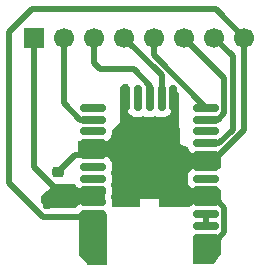
<source format=gbr>
%TF.GenerationSoftware,KiCad,Pcbnew,9.0.2*%
%TF.CreationDate,2025-12-17T16:44:21-05:00*%
%TF.ProjectId,Quectel_l96_Carrier_Board,51756563-7465-46c5-9f6c-39365f436172,rev?*%
%TF.SameCoordinates,Original*%
%TF.FileFunction,Copper,L1,Top*%
%TF.FilePolarity,Positive*%
%FSLAX46Y46*%
G04 Gerber Fmt 4.6, Leading zero omitted, Abs format (unit mm)*
G04 Created by KiCad (PCBNEW 9.0.2) date 2025-12-17 16:44:21*
%MOMM*%
%LPD*%
G01*
G04 APERTURE LIST*
G04 Aperture macros list*
%AMRoundRect*
0 Rectangle with rounded corners*
0 $1 Rounding radius*
0 $2 $3 $4 $5 $6 $7 $8 $9 X,Y pos of 4 corners*
0 Add a 4 corners polygon primitive as box body*
4,1,4,$2,$3,$4,$5,$6,$7,$8,$9,$2,$3,0*
0 Add four circle primitives for the rounded corners*
1,1,$1+$1,$2,$3*
1,1,$1+$1,$4,$5*
1,1,$1+$1,$6,$7*
1,1,$1+$1,$8,$9*
0 Add four rect primitives between the rounded corners*
20,1,$1+$1,$2,$3,$4,$5,0*
20,1,$1+$1,$4,$5,$6,$7,0*
20,1,$1+$1,$6,$7,$8,$9,0*
20,1,$1+$1,$8,$9,$2,$3,0*%
G04 Aperture macros list end*
%TA.AperFunction,ComponentPad*%
%ADD10C,1.700000*%
%TD*%
%TA.AperFunction,ComponentPad*%
%ADD11R,1.700000X1.700000*%
%TD*%
%TA.AperFunction,SMDPad,CuDef*%
%ADD12RoundRect,0.140000X-0.170000X0.140000X-0.170000X-0.140000X0.170000X-0.140000X0.170000X0.140000X0*%
%TD*%
%TA.AperFunction,SMDPad,CuDef*%
%ADD13RoundRect,0.225000X0.250000X-0.225000X0.250000X0.225000X-0.250000X0.225000X-0.250000X-0.225000X0*%
%TD*%
%TA.AperFunction,SMDPad,CuDef*%
%ADD14RoundRect,0.175000X-0.900000X-0.175000X0.900000X-0.175000X0.900000X0.175000X-0.900000X0.175000X0*%
%TD*%
%TA.AperFunction,SMDPad,CuDef*%
%ADD15RoundRect,0.175000X0.175000X-0.900000X0.175000X0.900000X-0.175000X0.900000X-0.175000X-0.900000X0*%
%TD*%
%TA.AperFunction,Conductor*%
%ADD16C,0.500000*%
%TD*%
G04 APERTURE END LIST*
D10*
%TO.P,J1,8,Pin_8*%
%TO.N,GND*%
X145180000Y-40200000D03*
%TO.P,J1,7,Pin_7*%
%TO.N,/{slash}RESET*%
X142640000Y-40200000D03*
%TO.P,J1,6,Pin_6*%
%TO.N,/GPS_TX*%
X140100000Y-40200000D03*
%TO.P,J1,5,Pin_5*%
%TO.N,/GPS_RX*%
X137560000Y-40200000D03*
%TO.P,J1,4,Pin_4*%
%TO.N,/GPS_FON*%
X135020000Y-40200000D03*
%TO.P,J1,3,Pin_3*%
%TO.N,/TIMEPULSE*%
X132480000Y-40200000D03*
%TO.P,J1,2,Pin_2*%
%TO.N,/3D_FIX*%
X129940000Y-40200000D03*
D11*
%TO.P,J1,1,Pin_1*%
%TO.N,+3.3V*%
X127400000Y-40200000D03*
%TD*%
D12*
%TO.P,C23,1*%
%TO.N,+3.3V*%
X128500000Y-54440000D03*
%TO.P,C23,2*%
%TO.N,GND*%
X128500000Y-55400000D03*
%TD*%
D13*
%TO.P,C22,1*%
%TO.N,+3.3V*%
X129400000Y-53175000D03*
%TO.P,C22,2*%
%TO.N,GND*%
X129400000Y-51625000D03*
%TD*%
D12*
%TO.P,C21,1*%
%TO.N,+3.3V*%
X129600000Y-54420000D03*
%TO.P,C21,2*%
%TO.N,GND*%
X129600000Y-55380000D03*
%TD*%
D14*
%TO.P,U5,1*%
%TO.N,N/C*%
X132400000Y-46140000D03*
%TO.P,U5,2,3D_FIX*%
%TO.N,/3D_FIX*%
X132400000Y-47140000D03*
%TO.P,U5,3,I2C_SDA*%
%TO.N,unconnected-(U5-I2C_SDA-Pad3)*%
X132400000Y-48140000D03*
%TO.P,U5,4,GND*%
%TO.N,GND*%
X132400000Y-49140000D03*
%TO.P,U5,5,GND__1*%
X132400000Y-50140000D03*
%TO.P,U5,6,I2C_SCL*%
%TO.N,unconnected-(U5-I2C_SCL-Pad6)*%
X132400000Y-51140000D03*
%TO.P,U5,7,EXTINT0*%
%TO.N,unconnected-(U5-EXTINT0-Pad7)*%
X132400000Y-52140000D03*
%TO.P,U5,8,V_BCKP*%
%TO.N,+3.3V*%
X132400000Y-53140000D03*
%TO.P,U5,9,VCC*%
X132400000Y-54140000D03*
%TO.P,U5,10,GND__2*%
%TO.N,GND*%
X132400000Y-55140000D03*
%TO.P,U5,11,GND__3*%
X132400000Y-56140000D03*
%TO.P,U5,12,GND__4*%
X132400000Y-57140000D03*
%TO.P,U5,13,GND__5*%
X132400000Y-58290000D03*
%TO.P,U5,14,GND__6*%
X142000000Y-58290000D03*
%TO.P,U5,15,GND__7*%
X142000000Y-57140000D03*
%TO.P,U5,16,RF_OUT*%
%TO.N,Net-(U5-RF_IN)*%
X142000000Y-56140000D03*
%TO.P,U5,17,RF_IN*%
X142000000Y-55140000D03*
%TO.P,U5,18,GND__8*%
%TO.N,GND*%
X142000000Y-54140000D03*
%TO.P,U5,19,GND__9*%
X142000000Y-53140000D03*
%TO.P,U5,20,JAM_DET*%
%TO.N,unconnected-(U5-JAM_DET-Pad20)*%
X142000000Y-52140000D03*
%TO.P,U5,21,GND__10*%
%TO.N,GND*%
X142000000Y-51140000D03*
%TO.P,U5,22,GND__11*%
X142000000Y-50140000D03*
%TO.P,U5,23,~{RESET}*%
%TO.N,/{slash}RESET*%
X142000000Y-49140000D03*
%TO.P,U5,24,GEO_FENCE*%
%TO.N,unconnected-(U5-GEO_FENCE-Pad24)*%
X142000000Y-48140000D03*
%TO.P,U5,25,TXD1*%
%TO.N,/GPS_TX*%
X142000000Y-47140000D03*
%TO.P,U5,26,RXD1*%
%TO.N,/GPS_RX*%
X142000000Y-46140000D03*
D15*
%TO.P,U5,27,GND__12*%
%TO.N,GND*%
X139200000Y-45340000D03*
%TO.P,U5,28,FORCE_ON*%
%TO.N,/GPS_FON*%
X138200000Y-45340000D03*
%TO.P,U5,29,TIMEPULSE*%
%TO.N,/TIMEPULSE*%
X137200000Y-45340000D03*
%TO.P,U5,30,ANTON*%
%TO.N,unconnected-(U5-ANTON-Pad30)*%
X136200000Y-45340000D03*
%TO.P,U5,31,GND__13*%
%TO.N,GND*%
X135200000Y-45340000D03*
%TD*%
D16*
%TO.N,GND*%
X125300000Y-39700000D02*
X127200000Y-37800000D01*
X127200000Y-37800000D02*
X142780000Y-37800000D01*
X142780000Y-37800000D02*
X145180000Y-40200000D01*
X125300000Y-52500000D02*
X125300000Y-39700000D01*
X128200000Y-55400000D02*
X125300000Y-52500000D01*
X128500000Y-55400000D02*
X128200000Y-55400000D01*
X143075000Y-50140000D02*
X145180000Y-48035000D01*
X145180000Y-48035000D02*
X145180000Y-40200000D01*
X142000000Y-50140000D02*
X143075000Y-50140000D01*
X130885000Y-50140000D02*
X129400000Y-51625000D01*
X132400000Y-50140000D02*
X130885000Y-50140000D01*
X129580000Y-55400000D02*
X129600000Y-55380000D01*
X128500000Y-55400000D02*
X129580000Y-55400000D01*
X132400000Y-55140000D02*
X132160000Y-55380000D01*
X132160000Y-55380000D02*
X129600000Y-55380000D01*
X143075000Y-57140000D02*
X142000000Y-57140000D01*
X143526000Y-54591000D02*
X143526000Y-56689000D01*
X143526000Y-56689000D02*
X143075000Y-57140000D01*
X143075000Y-54140000D02*
X143526000Y-54591000D01*
X142000000Y-54140000D02*
X143075000Y-54140000D01*
%TO.N,/{slash}RESET*%
X144227000Y-47988000D02*
X144227000Y-41787000D01*
X144227000Y-41787000D02*
X142640000Y-40200000D01*
X143075000Y-49140000D02*
X144227000Y-47988000D01*
X142000000Y-49140000D02*
X143075000Y-49140000D01*
%TO.N,/GPS_TX*%
X143526000Y-43626000D02*
X140100000Y-40200000D01*
X143526000Y-46579146D02*
X143526000Y-43626000D01*
X142965146Y-47140000D02*
X143526000Y-46579146D01*
X142000000Y-47140000D02*
X142965146Y-47140000D01*
%TO.N,/GPS_RX*%
X137560000Y-41700000D02*
X137560000Y-40200000D01*
X142000000Y-46140000D02*
X137560000Y-41700000D01*
%TO.N,/GPS_FON*%
X138200000Y-43380000D02*
X135020000Y-40200000D01*
X138200000Y-45340000D02*
X138200000Y-43380000D01*
%TO.N,/TIMEPULSE*%
X137200000Y-44265000D02*
X137200000Y-45340000D01*
X135835000Y-42900000D02*
X137200000Y-44265000D01*
X133000000Y-42900000D02*
X135835000Y-42900000D01*
X132480000Y-42380000D02*
X133000000Y-42900000D01*
X132480000Y-40200000D02*
X132480000Y-42380000D01*
%TO.N,/3D_FIX*%
X129940000Y-45740000D02*
X129940000Y-40200000D01*
X131340000Y-47140000D02*
X129940000Y-45740000D01*
X132400000Y-47140000D02*
X131340000Y-47140000D01*
%TO.N,Net-(U5-RF_IN)*%
X142000000Y-56140000D02*
X142000000Y-55140000D01*
%TO.N,+3.3V*%
X127400000Y-51175000D02*
X129400000Y-53175000D01*
X127400000Y-40200000D02*
X127400000Y-51175000D01*
%TD*%
%TA.AperFunction,Conductor*%
%TO.N,+3.3V*%
G36*
X130880054Y-52619685D02*
G01*
X130919132Y-52659851D01*
X130964347Y-52734647D01*
X130964351Y-52734652D01*
X131080347Y-52850648D01*
X131080351Y-52850651D01*
X131220727Y-52935511D01*
X131220730Y-52935512D01*
X131377343Y-52984315D01*
X131445406Y-52990500D01*
X131445409Y-52990500D01*
X133346000Y-52990500D01*
X133354685Y-52993050D01*
X133363647Y-52991762D01*
X133387687Y-53002740D01*
X133413039Y-53010185D01*
X133418966Y-53017025D01*
X133427203Y-53020787D01*
X133441492Y-53043021D01*
X133458794Y-53062989D01*
X133461081Y-53073503D01*
X133464977Y-53079565D01*
X133470000Y-53114500D01*
X133470000Y-53321998D01*
X133464386Y-53358886D01*
X133460703Y-53370706D01*
X133435669Y-53451044D01*
X133435662Y-53451072D01*
X133432996Y-53462439D01*
X133431255Y-53469040D01*
X133428233Y-53479336D01*
X133413284Y-53547223D01*
X133413283Y-53547231D01*
X133412546Y-53691096D01*
X133424066Y-53774246D01*
X133424689Y-53775086D01*
X133428037Y-53785633D01*
X133429707Y-53791840D01*
X133435669Y-53828955D01*
X133465109Y-53923432D01*
X133465742Y-53925784D01*
X133465657Y-53929470D01*
X133470000Y-53957998D01*
X133470000Y-54165500D01*
X133450315Y-54232539D01*
X133397511Y-54278294D01*
X133346000Y-54289500D01*
X131445406Y-54289500D01*
X131377343Y-54295685D01*
X131377339Y-54295686D01*
X131377335Y-54295687D01*
X131220736Y-54344485D01*
X131220727Y-54344488D01*
X131080351Y-54429348D01*
X130964353Y-54545345D01*
X130964352Y-54545347D01*
X130949659Y-54569651D01*
X130898133Y-54616837D01*
X130843544Y-54629500D01*
X129982066Y-54629500D01*
X129947471Y-54624576D01*
X129917929Y-54615993D01*
X129870994Y-54602357D01*
X129870991Y-54602356D01*
X129834697Y-54599500D01*
X129834690Y-54599500D01*
X129365310Y-54599500D01*
X129365302Y-54599500D01*
X129329008Y-54602356D01*
X129329002Y-54602357D01*
X129183689Y-54644576D01*
X129149094Y-54649500D01*
X128882066Y-54649500D01*
X128847471Y-54644576D01*
X128817929Y-54635993D01*
X128770994Y-54622357D01*
X128770991Y-54622356D01*
X128734697Y-54619500D01*
X128734690Y-54619500D01*
X128532229Y-54619500D01*
X128465190Y-54599815D01*
X128444548Y-54583181D01*
X128036319Y-54174951D01*
X128002834Y-54113628D01*
X128000000Y-54087270D01*
X128000000Y-53658078D01*
X128019685Y-53591039D01*
X128044617Y-53562819D01*
X128178714Y-53451072D01*
X128899219Y-52850651D01*
X129165511Y-52628741D01*
X129229614Y-52600945D01*
X129244894Y-52600000D01*
X130813015Y-52600000D01*
X130880054Y-52619685D01*
G37*
%TD.AperFunction*%
%TD*%
%TA.AperFunction,Conductor*%
%TO.N,GND*%
G36*
X131360884Y-54979186D02*
G01*
X131377343Y-54984315D01*
X131445406Y-54990500D01*
X131445409Y-54990500D01*
X133354590Y-54990500D01*
X133354594Y-54990500D01*
X133414780Y-54985030D01*
X133483323Y-54998566D01*
X133533669Y-55047012D01*
X133550000Y-55108521D01*
X133550000Y-59364206D01*
X133530315Y-59431245D01*
X133477511Y-59477000D01*
X133427192Y-59488200D01*
X132200624Y-59499994D01*
X132199432Y-59500000D01*
X132055684Y-59500000D01*
X131988645Y-59480315D01*
X131963005Y-59458381D01*
X131911633Y-59400588D01*
X131231321Y-58635236D01*
X131201495Y-58572052D01*
X131200000Y-58552855D01*
X131200000Y-55097573D01*
X131219685Y-55030534D01*
X131272489Y-54984779D01*
X131341647Y-54974835D01*
X131360884Y-54979186D01*
G37*
%TD.AperFunction*%
%TA.AperFunction,Conductor*%
G36*
X143168361Y-57014836D02*
G01*
X143198430Y-57077904D01*
X143200000Y-57097573D01*
X143200000Y-58558666D01*
X143180315Y-58625705D01*
X143175200Y-58633066D01*
X142636753Y-59350994D01*
X142580782Y-59392815D01*
X142538745Y-59400588D01*
X140975192Y-59415623D01*
X140907967Y-59396584D01*
X140861706Y-59344223D01*
X140850000Y-59291629D01*
X140850000Y-57108521D01*
X140869685Y-57041482D01*
X140922489Y-56995727D01*
X140985218Y-56985030D01*
X141045406Y-56990500D01*
X141045410Y-56990500D01*
X142954591Y-56990500D01*
X142954594Y-56990500D01*
X143022657Y-56984315D01*
X143039110Y-56979187D01*
X143108968Y-56978036D01*
X143168361Y-57014836D01*
G37*
%TD.AperFunction*%
%TA.AperFunction,Conductor*%
G36*
X135321930Y-44119685D02*
G01*
X135367685Y-44172489D01*
X135377629Y-44241647D01*
X135373276Y-44260890D01*
X135355687Y-44317335D01*
X135355685Y-44317343D01*
X135349500Y-44385406D01*
X135349500Y-46294594D01*
X135355685Y-46362657D01*
X135355686Y-46362662D01*
X135355687Y-46362664D01*
X135404485Y-46519263D01*
X135404488Y-46519272D01*
X135489348Y-46659648D01*
X135489351Y-46659652D01*
X135605347Y-46775648D01*
X135605351Y-46775651D01*
X135745727Y-46860511D01*
X135745730Y-46860512D01*
X135902343Y-46909315D01*
X135970406Y-46915500D01*
X135970409Y-46915500D01*
X136429591Y-46915500D01*
X136429594Y-46915500D01*
X136497657Y-46909315D01*
X136581088Y-46883316D01*
X136661432Y-46858281D01*
X136662286Y-46861021D01*
X136718273Y-46853264D01*
X136738299Y-46859143D01*
X136738568Y-46858281D01*
X136838236Y-46889338D01*
X136902343Y-46909315D01*
X136970406Y-46915500D01*
X136970409Y-46915500D01*
X137429591Y-46915500D01*
X137429594Y-46915500D01*
X137497657Y-46909315D01*
X137581088Y-46883316D01*
X137661432Y-46858281D01*
X137662286Y-46861021D01*
X137718273Y-46853264D01*
X137738299Y-46859143D01*
X137738568Y-46858281D01*
X137838236Y-46889338D01*
X137902343Y-46909315D01*
X137970406Y-46915500D01*
X137970409Y-46915500D01*
X138429591Y-46915500D01*
X138429594Y-46915500D01*
X138497657Y-46909315D01*
X138654270Y-46860512D01*
X138684326Y-46842343D01*
X138794648Y-46775651D01*
X138794647Y-46775651D01*
X138794653Y-46775648D01*
X138910648Y-46659653D01*
X138995512Y-46519270D01*
X139044315Y-46362657D01*
X139050500Y-46294594D01*
X139050500Y-44551229D01*
X139070185Y-44484190D01*
X139122989Y-44438435D01*
X139192147Y-44428491D01*
X139255703Y-44457516D01*
X139262181Y-44463548D01*
X139663681Y-44865048D01*
X139697166Y-44926371D01*
X139700000Y-44952729D01*
X139700000Y-46400000D01*
X139799999Y-49199999D01*
X139800000Y-49200000D01*
X140386220Y-49444258D01*
X140440532Y-49488213D01*
X140456913Y-49521828D01*
X140479487Y-49594267D01*
X140479488Y-49594272D01*
X140564348Y-49734648D01*
X140564351Y-49734652D01*
X140680347Y-49850648D01*
X140680351Y-49850651D01*
X140820727Y-49935511D01*
X140820730Y-49935512D01*
X140977343Y-49984315D01*
X141045406Y-49990500D01*
X141045409Y-49990500D01*
X142954591Y-49990500D01*
X142954594Y-49990500D01*
X143022657Y-49984315D01*
X143039110Y-49979187D01*
X143108968Y-49978036D01*
X143168361Y-50014836D01*
X143198430Y-50077904D01*
X143200000Y-50097573D01*
X143200000Y-51182426D01*
X143180315Y-51249465D01*
X143127511Y-51295220D01*
X143058353Y-51305164D01*
X143039112Y-51300812D01*
X143022662Y-51295686D01*
X143022659Y-51295685D01*
X143022657Y-51295685D01*
X142954594Y-51289500D01*
X141045406Y-51289500D01*
X140977343Y-51295685D01*
X140977339Y-51295686D01*
X140977335Y-51295687D01*
X140820736Y-51344485D01*
X140820727Y-51344488D01*
X140680351Y-51429348D01*
X140680347Y-51429351D01*
X140564351Y-51545347D01*
X140564348Y-51545351D01*
X140479488Y-51685727D01*
X140479485Y-51685736D01*
X140430687Y-51842335D01*
X140430685Y-51842343D01*
X140424500Y-51910406D01*
X140424500Y-52369594D01*
X140430685Y-52437657D01*
X140430686Y-52437662D01*
X140430687Y-52437664D01*
X140479485Y-52594263D01*
X140479488Y-52594272D01*
X140564348Y-52734648D01*
X140564351Y-52734652D01*
X140680347Y-52850648D01*
X140680351Y-52850651D01*
X140820727Y-52935511D01*
X140820730Y-52935512D01*
X140977343Y-52984315D01*
X141045406Y-52990500D01*
X141045409Y-52990500D01*
X142954591Y-52990500D01*
X142954594Y-52990500D01*
X143022657Y-52984315D01*
X143039110Y-52979187D01*
X143108968Y-52978036D01*
X143168361Y-53014836D01*
X143198430Y-53077904D01*
X143200000Y-53097573D01*
X143200000Y-54182426D01*
X143180315Y-54249465D01*
X143127511Y-54295220D01*
X143058353Y-54305164D01*
X143039114Y-54300813D01*
X143031751Y-54298518D01*
X143022657Y-54295685D01*
X142954594Y-54289500D01*
X141045406Y-54289500D01*
X140977343Y-54295685D01*
X140977339Y-54295686D01*
X140977335Y-54295687D01*
X140820736Y-54344485D01*
X140820727Y-54344488D01*
X140680351Y-54429348D01*
X140680347Y-54429351D01*
X140606018Y-54503681D01*
X140544695Y-54537166D01*
X140518337Y-54540000D01*
X138124000Y-54540000D01*
X138056961Y-54520315D01*
X138011206Y-54467511D01*
X138000000Y-54416000D01*
X138000000Y-53840000D01*
X136400000Y-53840000D01*
X136400000Y-54416000D01*
X136380315Y-54483039D01*
X136327511Y-54528794D01*
X136276000Y-54540000D01*
X134095794Y-54540000D01*
X134028755Y-54520315D01*
X133983000Y-54467511D01*
X133972303Y-54404780D01*
X133975500Y-54369593D01*
X133975500Y-53910408D01*
X133975500Y-53910406D01*
X133969315Y-53842343D01*
X133949338Y-53778236D01*
X133918281Y-53678568D01*
X133921021Y-53677713D01*
X133913264Y-53621727D01*
X133919143Y-53601700D01*
X133918281Y-53601432D01*
X133943316Y-53521088D01*
X133969315Y-53437657D01*
X133975500Y-53369594D01*
X133975500Y-52910406D01*
X133969315Y-52842343D01*
X133935756Y-52734648D01*
X133918281Y-52678568D01*
X133921021Y-52677713D01*
X133913264Y-52621727D01*
X133919143Y-52601700D01*
X133918281Y-52601432D01*
X133943316Y-52521088D01*
X133969315Y-52437657D01*
X133975500Y-52369594D01*
X133975500Y-51910406D01*
X133969315Y-51842343D01*
X133949338Y-51778236D01*
X133918281Y-51678568D01*
X133921021Y-51677713D01*
X133913264Y-51621727D01*
X133919143Y-51601700D01*
X133918281Y-51601432D01*
X133943316Y-51521088D01*
X133969315Y-51437657D01*
X133975500Y-51369594D01*
X133975500Y-50910406D01*
X133969315Y-50842343D01*
X133920512Y-50685730D01*
X133920511Y-50685727D01*
X133835651Y-50545351D01*
X133835648Y-50545347D01*
X133719652Y-50429351D01*
X133719648Y-50429348D01*
X133579272Y-50344488D01*
X133579263Y-50344485D01*
X133422664Y-50295687D01*
X133422662Y-50295686D01*
X133422657Y-50295685D01*
X133354594Y-50289500D01*
X131445406Y-50289500D01*
X131377343Y-50295685D01*
X131377341Y-50295685D01*
X131377338Y-50295686D01*
X131260891Y-50331973D01*
X131191030Y-50333125D01*
X131131638Y-50296324D01*
X131101570Y-50233255D01*
X131100000Y-50213588D01*
X131100000Y-49066412D01*
X131119685Y-48999373D01*
X131172489Y-48953618D01*
X131241647Y-48943674D01*
X131260891Y-48948027D01*
X131299561Y-48960077D01*
X131377343Y-48984315D01*
X131445406Y-48990500D01*
X131445409Y-48990500D01*
X133354591Y-48990500D01*
X133354594Y-48990500D01*
X133422657Y-48984315D01*
X133579270Y-48935512D01*
X133719653Y-48850648D01*
X133835648Y-48734653D01*
X133865223Y-48685730D01*
X133920511Y-48594272D01*
X133920514Y-48594263D01*
X133960353Y-48466416D01*
X133969315Y-48437657D01*
X133975500Y-48369594D01*
X133975500Y-48113489D01*
X133995185Y-48046450D01*
X134016084Y-48021741D01*
X134700000Y-47400000D01*
X134700000Y-44541333D01*
X134719685Y-44474294D01*
X134724800Y-44466933D01*
X134962800Y-44149600D01*
X134966413Y-44146900D01*
X134968287Y-44142797D01*
X134994145Y-44126178D01*
X135018771Y-44107779D01*
X135024334Y-44106777D01*
X135027065Y-44105023D01*
X135062000Y-44100000D01*
X135254891Y-44100000D01*
X135321930Y-44119685D01*
G37*
%TD.AperFunction*%
%TD*%
M02*

</source>
